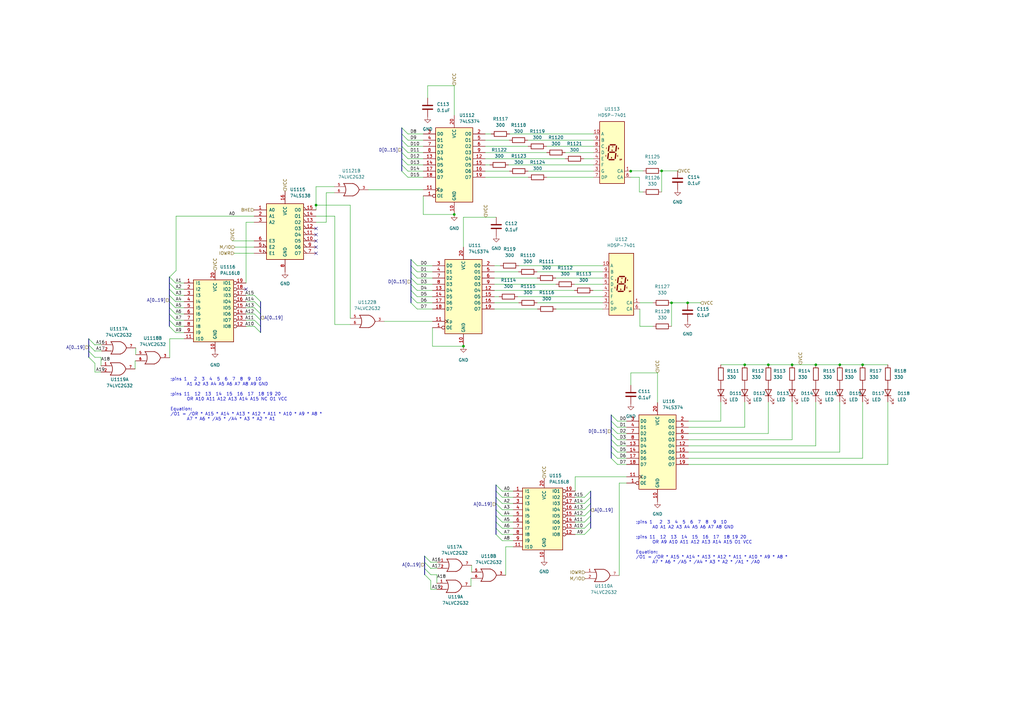
<source format=kicad_sch>
(kicad_sch (version 20211123) (generator eeschema)
  (paper "A3")
  (lib_symbols
    (symbol "74xGxx:74LVC2G32" (pin_names (offset 1.016))
      (property "Reference" "U" (at -2.54 3.81 0))
      (property "Value" "74LVC2G32" (at 0 -3.81 0))
      (symbol "74LVC2G32_0_1"
        (arc (start -3.81 -2.54) (mid -2.919 0) (end -3.81 2.54) (stroke (width 0.254)))
        (arc (start 0 -2.54) (mid 1.5993 -1.6027) (end 2.54 0) (stroke (width 0.254)))
        (polyline (pts (xy -3.81 -1.27) (xy -3.175 -1.27)))
        (polyline (pts (xy -3.81 1.27) (xy -3.175 1.27)))
        (polyline (pts (xy 0 -2.54) (xy -3.81 -2.54)) (stroke (width 0.254)) (fill (type background)))
        (polyline (pts (xy 0 2.54) (xy -3.81 2.54)) (stroke (width 0.254)) (fill (type background)))
        (arc (start 2.54 0) (mid 1.6119 1.6152) (end 0 2.54) (stroke (width 0.254)))
        (pin power_in line (at 0 -2.54 270) (length 0) hide (name "GND") (number "4"))
        (pin power_in line (at 0 2.54 90) (length 0) hide (name "VCC") (number "8"))
      )
      (symbol "74LVC2G32_1_1"
        (pin input line (at -7.62 1.27 0) (length 3.81) (name "~") (number "1"))
        (pin input line (at -7.62 -1.27 0) (length 3.81) (name "~") (number "2"))
        (pin output line (at 6.35 0 180) (length 3.81) (name "~") (number "7"))
      )
      (symbol "74LVC2G32_2_1"
        (pin output line (at 6.35 0 180) (length 3.81) (name "~") (number "3"))
        (pin input line (at -7.62 1.27 0) (length 3.81) (name "~") (number "5"))
        (pin input line (at -7.62 -1.27 0) (length 3.81) (name "~") (number "6"))
      )
    )
    (symbol "74xx:74LS138" (pin_names (offset 1.016))
      (property "Reference" "U" (at -7.62 11.43 0))
      (property "Value" "74LS138" (at -7.62 -13.97 0))
      (symbol "74LS138_1_0"
        (pin input line (at -12.7 7.62 0) (length 5.08) (name "A0") (number "1"))
        (pin output output_low (at 12.7 -5.08 180) (length 5.08) (name "O5") (number "10"))
        (pin output output_low (at 12.7 -2.54 180) (length 5.08) (name "O4") (number "11"))
        (pin output output_low (at 12.7 0 180) (length 5.08) (name "O3") (number "12"))
        (pin output output_low (at 12.7 2.54 180) (length 5.08) (name "O2") (number "13"))
        (pin output output_low (at 12.7 5.08 180) (length 5.08) (name "O1") (number "14"))
        (pin output output_low (at 12.7 7.62 180) (length 5.08) (name "O0") (number "15"))
        (pin power_in line (at 0 15.24 270) (length 5.08) (name "VCC") (number "16"))
        (pin input line (at -12.7 5.08 0) (length 5.08) (name "A1") (number "2"))
        (pin input line (at -12.7 2.54 0) (length 5.08) (name "A2") (number "3"))
        (pin input input_low (at -12.7 -10.16 0) (length 5.08) (name "E1") (number "4"))
        (pin input input_low (at -12.7 -7.62 0) (length 5.08) (name "E2") (number "5"))
        (pin input line (at -12.7 -5.08 0) (length 5.08) (name "E3") (number "6"))
        (pin output output_low (at 12.7 -10.16 180) (length 5.08) (name "O7") (number "7"))
        (pin power_in line (at 0 -17.78 90) (length 5.08) (name "GND") (number "8"))
        (pin output output_low (at 12.7 -7.62 180) (length 5.08) (name "O6") (number "9"))
      )
      (symbol "74LS138_1_1"
        (rectangle (start -7.62 10.16) (end 7.62 -12.7) (stroke (width 0.254)) (fill (type background)))
      )
    )
    (symbol "74xx:74LS374"
      (property "Reference" "U" (at -7.62 16.51 0))
      (property "Value" "74LS374" (at -7.62 -16.51 0))
      (symbol "74LS374_1_0"
        (pin input inverted (at -12.7 -12.7 0) (length 5.08) (name "OE") (number "1"))
        (pin power_in line (at 0 -20.32 90) (length 5.08) (name "GND") (number "10"))
        (pin input clock (at -12.7 -10.16 0) (length 5.08) (name "Cp") (number "11"))
        (pin tri_state line (at 12.7 2.54 180) (length 5.08) (name "O4") (number "12"))
        (pin input line (at -12.7 2.54 0) (length 5.08) (name "D4") (number "13"))
        (pin input line (at -12.7 0 0) (length 5.08) (name "D5") (number "14"))
        (pin tri_state line (at 12.7 0 180) (length 5.08) (name "O5") (number "15"))
        (pin tri_state line (at 12.7 -2.54 180) (length 5.08) (name "O6") (number "16"))
        (pin input line (at -12.7 -2.54 0) (length 5.08) (name "D6") (number "17"))
        (pin input line (at -12.7 -5.08 0) (length 5.08) (name "D7") (number "18"))
        (pin tri_state line (at 12.7 -5.08 180) (length 5.08) (name "O7") (number "19"))
        (pin tri_state line (at 12.7 12.7 180) (length 5.08) (name "O0") (number "2"))
        (pin power_in line (at 0 20.32 270) (length 5.08) (name "VCC") (number "20"))
        (pin input line (at -12.7 12.7 0) (length 5.08) (name "D0") (number "3"))
        (pin input line (at -12.7 10.16 0) (length 5.08) (name "D1") (number "4"))
        (pin tri_state line (at 12.7 10.16 180) (length 5.08) (name "O1") (number "5"))
        (pin tri_state line (at 12.7 7.62 180) (length 5.08) (name "O2") (number "6"))
        (pin input line (at -12.7 7.62 0) (length 5.08) (name "D2") (number "7"))
        (pin input line (at -12.7 5.08 0) (length 5.08) (name "D3") (number "8"))
        (pin tri_state line (at 12.7 5.08 180) (length 5.08) (name "O3") (number "9"))
      )
      (symbol "74LS374_1_1"
        (rectangle (start -7.62 15.24) (end 7.62 -15.24) (stroke (width 0.254)) (fill (type background)))
      )
    )
    (symbol "Device:C" (pin_numbers hide) (pin_names (offset 0.254))
      (property "Reference" "C" (at 0.635 2.54 0))
      (property "Value" "C" (at 0.635 -2.54 0))
      (symbol "C_0_1"
        (polyline (pts (xy -2.032 -0.762) (xy 2.032 -0.762)) (stroke (width 0.508)))
        (polyline (pts (xy -2.032 0.762) (xy 2.032 0.762)) (stroke (width 0.508)))
      )
      (symbol "C_1_1"
        (pin passive line (at 0 3.81 270) (length 2.794) (name "~") (number "1"))
        (pin passive line (at 0 -3.81 90) (length 2.794) (name "~") (number "2"))
      )
    )
    (symbol "Device:LED" (pin_numbers hide) (pin_names (offset 1.016) hide)
      (property "Reference" "D" (at 0 2.54 0))
      (property "Value" "LED" (at 0 -2.54 0))
      (symbol "LED_0_1"
        (polyline (pts (xy -1.27 -1.27) (xy -1.27 1.27)) (stroke (width 0.254)))
        (polyline (pts (xy -1.27 0) (xy 1.27 0)))
        (polyline (pts (xy 1.27 -1.27) (xy 1.27 1.27) (xy -1.27 0) (xy 1.27 -1.27)) (stroke (width 0.254)))
        (polyline (pts (xy -3.048 -0.762) (xy -4.572 -2.286) (xy -3.81 -2.286) (xy -4.572 -2.286) (xy -4.572 -1.524)))
        (polyline (pts (xy -1.778 -0.762) (xy -3.302 -2.286) (xy -2.54 -2.286) (xy -3.302 -2.286) (xy -3.302 -1.524)))
      )
      (symbol "LED_1_1"
        (pin passive line (at -3.81 0 0) (length 2.54) (name "K") (number "1"))
        (pin passive line (at 3.81 0 180) (length 2.54) (name "A") (number "2"))
      )
    )
    (symbol "Device:R" (pin_numbers hide) (pin_names (offset 0))
      (property "Reference" "R" (at 2.032 0 90))
      (property "Value" "R" (at 0 0 90))
      (symbol "R_0_1"
        (rectangle (start -1.016 -2.54) (end 1.016 2.54) (stroke (width 0.254)))
      )
      (symbol "R_1_1"
        (pin passive line (at 0 3.81 270) (length 1.27) (name "~") (number "1"))
        (pin passive line (at 0 -3.81 90) (length 1.27) (name "~") (number "2"))
      )
    )
    (symbol "Display_Character:HDSP-7401"
      (property "Reference" "U" (at -3.81 13.97 0))
      (property "Value" "HDSP-7401" (at 6.35 13.97 0))
      (symbol "HDSP-7401_1_0"
        (text "A" (at 0.254 2.413 0) (effects (font (size 0.508 0.508))))
        (text "B" (at 2.54 1.651 0) (effects (font (size 0.508 0.508))))
        (text "C" (at 2.286 -1.397 0) (effects (font (size 0.508 0.508))))
        (text "D" (at -0.254 -2.159 0) (effects (font (size 0.508 0.508))))
        (text "DP" (at 3.556 -2.921 0) (effects (font (size 0.508 0.508))))
        (text "E" (at -2.54 -1.397 0) (effects (font (size 0.508 0.508))))
        (text "F" (at -2.286 1.651 0) (effects (font (size 0.508 0.508))))
        (text "G" (at 0 0.889 0) (effects (font (size 0.508 0.508))))
      )
      (symbol "HDSP-7401_1_1"
        (rectangle (start -5.08 12.7) (end 5.08 -12.7) (stroke (width 0.254)) (fill (type background)))
        (polyline (pts (xy -1.524 -0.381) (xy -1.778 -2.413)) (stroke (width 0.508)))
        (polyline (pts (xy -1.27 -2.921) (xy 0.762 -2.921)) (stroke (width 0.508)))
        (polyline (pts (xy -1.27 2.667) (xy -1.524 0.635)) (stroke (width 0.508)))
        (polyline (pts (xy -1.016 0.127) (xy 1.016 0.127)) (stroke (width 0.508)))
        (polyline (pts (xy -0.762 3.175) (xy 1.27 3.175)) (stroke (width 0.508)))
        (polyline (pts (xy 1.524 -0.381) (xy 1.27 -2.413)) (stroke (width 0.508)))
        (polyline (pts (xy 1.778 2.667) (xy 1.524 0.635)) (stroke (width 0.508)))
        (polyline (pts (xy 2.54 -2.921) (xy 2.54 -2.921)) (stroke (width 0.508)))
        (pin input line (at 7.62 -7.62 180) (length 2.54) (name "CA") (number "1"))
        (pin input line (at -7.62 7.62 0) (length 2.54) (name "A") (number "10"))
        (pin input line (at -7.62 -5.08 0) (length 2.54) (name "F") (number "2"))
        (pin input line (at -7.62 -7.62 0) (length 2.54) (name "G") (number "3"))
        (pin input line (at -7.62 -2.54 0) (length 2.54) (name "E") (number "4"))
        (pin input line (at -7.62 0 0) (length 2.54) (name "D") (number "5"))
        (pin input line (at 7.62 -10.16 180) (length 2.54) (name "CA") (number "6"))
        (pin input line (at -7.62 -10.16 0) (length 2.54) (name "DP") (number "7"))
        (pin input line (at -7.62 2.54 0) (length 2.54) (name "C") (number "8"))
        (pin input line (at -7.62 5.08 0) (length 2.54) (name "B") (number "9"))
      )
    )
    (symbol "Logic_Programmable:PAL16L8" (pin_names (offset 1.016))
      (property "Reference" "U" (at -8.89 16.51 0))
      (property "Value" "PAL16L8" (at 1.27 16.51 0))
      (symbol "PAL16L8_0_0"
        (pin power_in line (at 0 -15.24 90) (length 3.81) (name "GND") (number "10"))
        (pin power_in line (at 0 17.78 270) (length 3.81) (name "VCC") (number "20"))
      )
      (symbol "PAL16L8_0_1"
        (rectangle (start -8.89 13.97) (end 7.62 -11.43) (stroke (width 0.254)) (fill (type background)))
      )
      (symbol "PAL16L8_1_1"
        (pin input line (at -12.7 12.7 0) (length 3.81) (name "I1") (number "1"))
        (pin input line (at -12.7 -10.16 0) (length 3.81) (name "I10") (number "11"))
        (pin tri_state inverted (at 12.7 -5.08 180) (length 5.08) (name "IO8") (number "12"))
        (pin tri_state inverted (at 12.7 -2.54 180) (length 5.08) (name "IO7") (number "13"))
        (pin tri_state inverted (at 12.7 0 180) (length 5.08) (name "IO6") (number "14"))
        (pin tri_state inverted (at 12.7 2.54 180) (length 5.08) (name "IO5") (number "15"))
        (pin tri_state inverted (at 12.7 5.08 180) (length 5.08) (name "IO4") (number "16"))
        (pin tri_state inverted (at 12.7 7.62 180) (length 5.08) (name "I03") (number "17"))
        (pin tri_state inverted (at 12.7 10.16 180) (length 5.08) (name "IO2") (number "18"))
        (pin tri_state inverted (at 12.7 12.7 180) (length 5.08) (name "IO1") (number "19"))
        (pin input line (at -12.7 10.16 0) (length 3.81) (name "I2") (number "2"))
        (pin input line (at -12.7 7.62 0) (length 3.81) (name "I3") (number "3"))
        (pin input line (at -12.7 5.08 0) (length 3.81) (name "I4") (number "4"))
        (pin input line (at -12.7 2.54 0) (length 3.81) (name "I5") (number "5"))
        (pin input line (at -12.7 0 0) (length 3.81) (name "I6") (number "6"))
        (pin input line (at -12.7 -2.54 0) (length 3.81) (name "I7") (number "7"))
        (pin input line (at -12.7 -5.08 0) (length 3.81) (name "I8") (number "8"))
        (pin input line (at -12.7 -7.62 0) (length 3.81) (name "I9") (number "9"))
      )
    )
    (symbol "power:GND" (power) (pin_names (offset 0))
      (property "Value" "GND" (at 0 -3.81 0))
      (symbol "GND_0_1"
        (polyline (pts (xy 0 0) (xy 0 -1.27) (xy 1.27 -1.27) (xy 0 -2.54) (xy -1.27 -1.27) (xy 0 -1.27)))
      )
      (symbol "GND_1_1"
        (pin power_in line (at 0 0 270) (length 0) hide (name "GND") (number "1"))
      )
    )
  )
  (junction (at 315.1414 149.606))
  (junction (at 129.6149 84.1246))
  (junction (at 282.0228 124.206))
  (junction (at 305.4416 149.606))
  (junction (at 190.0818 141.986))
  (junction (at 186.3063 87.965))
  (junction (at 271.3618 70.104))
  (junction (at 324.8746 149.606))
  (junction (at 258.6814 70.185))
  (junction (at 353.7868 149.606))
  (junction (at 275.4258 124.206))
  (junction (at 334.6078 149.606))
  (junction (at 344.4513 149.606))
  (no_connect (at 100.9129 118.618))
  (no_connect (at 129.6149 98.806))
  (no_connect (at 129.6149 101.346))
  (no_connect (at 129.6149 103.886))
  (no_connect (at 129.6149 96.266))
  (no_connect (at 129.6149 93.726))
  (bus_entry (at 69.4607 123.698) (size 2.54 2.54))
  (bus_entry (at 106.8753 133.858) (size -2.54 -2.54))
  (bus_entry (at 174.1668 230.6506) (size 2.54 2.54))
  (bus_entry (at 164.7808 60.025) (size 2.54 2.54))
  (bus_entry (at 69.4607 133.858) (size 2.54 2.54))
  (bus_entry (at 168.5563 114.046) (size 2.54 2.54))
  (bus_entry (at 168.5563 116.586) (size 2.54 2.54))
  (bus_entry (at 69.4607 126.238) (size 2.54 2.54))
  (bus_entry (at 242.2607 216.662) (size -2.54 2.54))
  (bus_entry (at 242.2607 203.962) (size -2.54 2.54))
  (bus_entry (at 164.7808 54.945) (size 2.54 2.54))
  (bus_entry (at 168.5563 124.206) (size 2.54 2.54))
  (bus_entry (at 106.8753 123.698) (size -2.54 -2.54))
  (bus_entry (at 36.3969 138.9566) (size 2.54 2.54))
  (bus_entry (at 168.5563 121.666) (size 2.54 2.54))
  (bus_entry (at 164.7808 57.485) (size 2.54 2.54))
  (bus_entry (at 242.2607 211.582) (size -2.54 2.54))
  (bus_entry (at 174.1668 235.6481) (size 2.54 2.54))
  (bus_entry (at 174.1668 233.1906) (size 2.54 2.54))
  (bus_entry (at 203.4297 206.502) (size 2.54 2.54))
  (bus_entry (at 164.7808 70.185) (size 2.54 2.54))
  (bus_entry (at 203.4297 198.882) (size 2.54 2.54))
  (bus_entry (at 106.8753 126.238) (size -2.54 -2.54))
  (bus_entry (at 69.6709 113.538) (size 2.54 -2.54))
  (bus_entry (at 36.3969 141.4966) (size 2.54 2.54))
  (bus_entry (at 242.2607 201.422) (size -2.54 2.54))
  (bus_entry (at 168.5563 119.126) (size 2.54 2.54))
  (bus_entry (at 250.7012 177.8) (size 2.54 2.54))
  (bus_entry (at 69.4607 131.318) (size 2.54 2.54))
  (bus_entry (at 168.5563 111.506) (size 2.54 2.54))
  (bus_entry (at 69.4607 116.078) (size 2.54 2.54))
  (bus_entry (at 250.7012 185.42) (size 2.54 2.54))
  (bus_entry (at 250.7012 187.96) (size 2.54 2.54))
  (bus_entry (at 242.2607 214.122) (size -2.54 2.54))
  (bus_entry (at 69.4607 128.778) (size 2.54 2.54))
  (bus_entry (at 242.2607 206.502) (size -2.54 2.54))
  (bus_entry (at 69.4607 113.538) (size 2.54 2.54))
  (bus_entry (at 36.3969 144.0366) (size 2.54 2.54))
  (bus_entry (at 203.4297 201.422) (size 2.54 2.54))
  (bus_entry (at 69.4607 118.618) (size 2.54 2.54))
  (bus_entry (at 164.7808 67.645) (size 2.54 2.54))
  (bus_entry (at 203.4297 219.202) (size 2.54 2.54))
  (bus_entry (at 174.1668 228.1106) (size 2.54 2.54))
  (bus_entry (at 203.4297 216.662) (size 2.54 2.54))
  (bus_entry (at 164.7808 52.405) (size 2.54 2.54))
  (bus_entry (at 69.4607 121.158) (size 2.54 2.54))
  (bus_entry (at 250.7012 182.88) (size 2.54 2.54))
  (bus_entry (at 250.7012 172.72) (size 2.54 2.54))
  (bus_entry (at 242.2607 209.042) (size -2.54 2.54))
  (bus_entry (at 168.5563 106.426) (size 2.54 2.54))
  (bus_entry (at 164.7808 62.565) (size 2.54 2.54))
  (bus_entry (at 106.8753 136.398) (size -2.54 -2.54))
  (bus_entry (at 203.4297 203.962) (size 2.54 2.54))
  (bus_entry (at 250.7012 180.34) (size 2.54 2.54))
  (bus_entry (at 250.7012 170.18) (size 2.54 2.54))
  (bus_entry (at 106.8753 128.778) (size -2.54 -2.54))
  (bus_entry (at 203.4297 214.122) (size 2.54 2.54))
  (bus_entry (at 203.4297 211.582) (size 2.54 2.54))
  (bus_entry (at 168.5563 108.966) (size 2.54 2.54))
  (bus_entry (at 106.8753 131.318) (size -2.54 -2.54))
  (bus_entry (at 250.7012 175.26) (size 2.54 2.54))
  (bus_entry (at 36.3969 146.4941) (size 2.54 2.54))
  (bus_entry (at 203.4297 209.042) (size 2.54 2.54))
  (bus_entry (at 164.7808 65.105) (size 2.54 2.54))
  (bus (pts (xy 174.1668 235.6481) (xy 174.1668 235.712)))
  (bus (pts (xy 242.2607 201.422) (xy 242.2607 203.962)))
  (wire (pts (xy 173.6063 80.345) (xy 173.6063 87.965)))
  (wire (pts (xy 202.7818 126.746) (xy 220.4442 126.746)))
  (wire (pts (xy 41.6827 143.9541) (xy 38.9369 143.9541)))
  (bus (pts (xy 168.5563 116.586) (xy 168.5563 119.126)))
  (wire (pts (xy 72.2109 88.646) (xy 104.2149 88.646)))
  (wire (pts (xy 227.9661 114.046) (xy 247.2169 114.046)))
  (wire (pts (xy 295.656 149.606) (xy 305.4416 149.606)))
  (wire (pts (xy 171.0963 116.586) (xy 177.3818 116.586)))
  (bus (pts (xy 164.7808 57.485) (xy 164.7808 60.025)))
  (wire (pts (xy 69.6227 138.938) (xy 69.6227 146.7481)))
  (bus (pts (xy 203.4297 209.042) (xy 203.4297 211.582)))
  (wire (pts (xy 167.3208 60.025) (xy 173.6063 60.025)))
  (wire (pts (xy 253.2412 190.5) (xy 256.9708 190.5)))
  (wire (pts (xy 305.4416 149.606) (xy 315.1414 149.606)))
  (wire (pts (xy 171.0963 126.746) (xy 177.3818 126.746)))
  (wire (pts (xy 96.3409 101.346) (xy 104.2149 101.346)))
  (bus (pts (xy 250.7012 172.72) (xy 250.7012 175.26)))
  (wire (pts (xy 275.4258 124.206) (xy 275.4258 133.858)))
  (bus (pts (xy 203.4297 211.582) (xy 203.4297 214.122)))
  (bus (pts (xy 36.3969 138.938) (xy 36.3969 138.9566)))
  (wire (pts (xy 72.0007 123.698) (xy 75.5129 123.698)))
  (wire (pts (xy 104.3353 123.698) (xy 100.9129 123.698)))
  (wire (pts (xy 224.2887 72.725) (xy 243.4414 72.725)))
  (wire (pts (xy 55.3987 151.3201) (xy 55.3987 148.0181)))
  (wire (pts (xy 282.3708 187.96) (xy 353.7868 187.96)))
  (wire (pts (xy 175.3843 35.1713) (xy 175.3843 40.213)))
  (wire (pts (xy 205.9697 209.042) (xy 210.4888 209.042)))
  (wire (pts (xy 72.0007 128.778) (xy 75.5129 128.778)))
  (wire (pts (xy 129.6149 84.1246) (xy 129.6149 86.106)))
  (bus (pts (xy 168.5563 119.126) (xy 168.5563 121.666)))
  (wire (pts (xy 344.4513 185.42) (xy 344.4513 164.846)))
  (wire (pts (xy 282.3708 190.5) (xy 364.1588 190.5)))
  (wire (pts (xy 202.7818 119.126) (xy 235.593 119.126)))
  (wire (pts (xy 186.3126 35.1713) (xy 186.3063 47.325)))
  (wire (pts (xy 199.0063 54.945) (xy 201.4218 54.945)))
  (wire (pts (xy 209.0418 54.945) (xy 243.4414 54.945)))
  (bus (pts (xy 69.4607 121.158) (xy 69.4607 123.698)))
  (wire (pts (xy 271.3618 70.104) (xy 271.3618 78.74)))
  (wire (pts (xy 95.3398 98.806) (xy 104.2149 98.806)))
  (wire (pts (xy 258.6814 70.185) (xy 258.6814 70.104)))
  (wire (pts (xy 235.8888 203.962) (xy 239.7207 203.962)))
  (wire (pts (xy 133.7984 79.075) (xy 137.1374 79.075)))
  (wire (pts (xy 75.5129 138.938) (xy 69.6227 138.938)))
  (bus (pts (xy 106.8753 128.778) (xy 106.8753 126.238)))
  (bus (pts (xy 106.8753 133.858) (xy 106.8753 131.318)))
  (wire (pts (xy 282.3708 185.42) (xy 344.4513 185.42)))
  (wire (pts (xy 258.7488 152.9463) (xy 258.7488 157.988)))
  (wire (pts (xy 167.3208 57.485) (xy 173.6063 57.485)))
  (wire (pts (xy 72.0007 118.618) (xy 75.5129 118.618)))
  (wire (pts (xy 212.8173 108.966) (xy 247.2169 108.966)))
  (wire (pts (xy 171.0963 108.966) (xy 177.3818 108.966)))
  (wire (pts (xy 205.9697 211.582) (xy 210.4888 211.582)))
  (wire (pts (xy 275.4258 124.206) (xy 282.0228 124.206)))
  (wire (pts (xy 72.0007 136.398) (xy 75.5129 136.398)))
  (wire (pts (xy 220.2692 111.506) (xy 247.2169 111.506)))
  (wire (pts (xy 199.0063 67.645) (xy 200.9316 67.645)))
  (wire (pts (xy 151.1074 77.805) (xy 173.6063 77.805)))
  (wire (pts (xy 202.7818 108.966) (xy 205.1973 108.966)))
  (wire (pts (xy 208.5516 67.645) (xy 243.4414 67.645)))
  (wire (pts (xy 216.5706 60.025) (xy 199.0063 60.025)))
  (wire (pts (xy 176.7068 235.7306) (xy 179.1986 235.7306)))
  (wire (pts (xy 271.3618 70.104) (xy 277.9133 70.104)))
  (wire (pts (xy 38.9369 146.5766) (xy 41.4287 146.5766)))
  (wire (pts (xy 253.2412 185.42) (xy 256.9708 185.42)))
  (wire (pts (xy 104.3353 126.238) (xy 100.9129 126.238)))
  (bus (pts (xy 69.4607 126.238) (xy 69.4607 128.778)))
  (wire (pts (xy 235.8888 206.502) (xy 239.7207 206.502)))
  (wire (pts (xy 256.9708 198.12) (xy 253.9683 198.12)))
  (wire (pts (xy 231.8386 62.565) (xy 243.4414 62.565)))
  (bus (pts (xy 36.3969 138.9566) (xy 36.3969 141.4966)))
  (bus (pts (xy 242.2607 203.962) (xy 242.2607 206.502)))
  (wire (pts (xy 193.1686 237.1721) (xy 193.4226 237.1721)))
  (wire (pts (xy 72.0007 121.158) (xy 75.5129 121.158)))
  (wire (pts (xy 235.8888 201.422) (xy 235.8888 195.58)))
  (wire (pts (xy 199.0063 62.565) (xy 224.2186 62.565)))
  (wire (pts (xy 133.7984 91.186) (xy 133.7984 79.075)))
  (wire (pts (xy 282.3708 177.8) (xy 315.1414 177.8)))
  (wire (pts (xy 41.4287 146.5766) (xy 41.4287 150.0501)))
  (wire (pts (xy 228.0642 126.746) (xy 247.2169 126.746)))
  (bus (pts (xy 242.2607 211.582) (xy 242.2607 214.122)))
  (wire (pts (xy 129.6149 76.535) (xy 137.1374 76.535)))
  (wire (pts (xy 207.3926 235.9021) (xy 207.3926 224.282)))
  (wire (pts (xy 282.3708 172.72) (xy 295.656 172.72)))
  (wire (pts (xy 205.9697 214.122) (xy 210.4888 214.122)))
  (wire (pts (xy 177.3818 134.366) (xy 177.3818 141.986)))
  (wire (pts (xy 239.4375 65.105) (xy 243.4414 65.105)))
  (bus (pts (xy 168.5563 114.046) (xy 168.5563 116.586)))
  (bus (pts (xy 168.5563 108.966) (xy 168.5563 111.506)))
  (wire (pts (xy 202.7818 116.586) (xy 227.9941 116.586)))
  (wire (pts (xy 179.4526 230.5681) (xy 176.7068 230.5681)))
  (bus (pts (xy 203.4297 206.502) (xy 203.4297 209.042)))
  (wire (pts (xy 305.4416 175.26) (xy 305.4416 164.846)))
  (bus (pts (xy 250.7012 170.18) (xy 250.7012 172.72)))
  (wire (pts (xy 262.2477 78.74) (xy 263.7418 78.74)))
  (wire (pts (xy 364.1588 190.5) (xy 364.1588 164.846)))
  (wire (pts (xy 262.4569 126.746) (xy 262.4569 133.858)))
  (bus (pts (xy 203.4297 203.962) (xy 203.4297 206.502)))
  (wire (pts (xy 324.8746 180.34) (xy 324.8746 164.846)))
  (wire (pts (xy 235.8888 216.662) (xy 239.7207 216.662)))
  (wire (pts (xy 220.3672 124.206) (xy 247.2169 124.206)))
  (wire (pts (xy 205.9697 216.662) (xy 210.4888 216.662)))
  (wire (pts (xy 353.7868 149.606) (xy 364.1588 149.606)))
  (wire (pts (xy 262.4569 133.858) (xy 267.8058 133.858)))
  (wire (pts (xy 72.0007 116.078) (xy 75.5129 116.078)))
  (wire (pts (xy 269.6771 152.9463) (xy 269.6708 165.1)))
  (wire (pts (xy 315.1414 177.8) (xy 315.1414 164.846)))
  (wire (pts (xy 216.5917 70.185) (xy 243.4414 70.185)))
  (wire (pts (xy 353.7868 187.96) (xy 353.7868 164.846)))
  (wire (pts (xy 173.6063 87.965) (xy 186.3063 87.965)))
  (wire (pts (xy 334.6078 182.88) (xy 334.6078 164.846)))
  (bus (pts (xy 174.1668 228.092) (xy 174.1668 228.1106)))
  (bus (pts (xy 36.3969 141.4966) (xy 36.3969 144.0366)))
  (bus (pts (xy 69.4607 113.538) (xy 69.4607 116.078)))
  (wire (pts (xy 262.2477 72.725) (xy 262.2477 78.74)))
  (wire (pts (xy 38.9369 152.5901) (xy 41.4287 152.5901)))
  (wire (pts (xy 253.2412 182.88) (xy 256.9708 182.88)))
  (bus (pts (xy 164.7808 60.025) (xy 164.7808 62.565)))
  (bus (pts (xy 174.1668 233.1906) (xy 174.1668 235.6481)))
  (wire (pts (xy 72.2109 110.998) (xy 72.2109 88.646)))
  (wire (pts (xy 235.8888 209.042) (xy 239.7207 209.042)))
  (wire (pts (xy 55.6527 142.6841) (xy 55.6527 145.4781)))
  (wire (pts (xy 224.1906 60.025) (xy 243.4414 60.025)))
  (wire (pts (xy 167.3208 67.645) (xy 173.6063 67.645)))
  (wire (pts (xy 202.7818 124.206) (xy 212.7472 124.206)))
  (bus (pts (xy 168.5563 111.506) (xy 168.5563 114.046)))
  (bus (pts (xy 250.7012 180.34) (xy 250.7012 182.88)))
  (bus (pts (xy 164.7808 67.645) (xy 164.7808 70.185)))
  (wire (pts (xy 258.6814 70.104) (xy 263.7418 70.104)))
  (bus (pts (xy 164.7808 54.945) (xy 164.7808 57.485)))
  (wire (pts (xy 262.4569 124.206) (xy 267.8058 124.206)))
  (wire (pts (xy 220.3461 114.046) (xy 202.7818 114.046)))
  (wire (pts (xy 167.3208 65.105) (xy 173.6063 65.105)))
  (bus (pts (xy 242.2607 214.122) (xy 242.2607 216.662)))
  (wire (pts (xy 129.6149 76.535) (xy 129.6149 84.1246)))
  (wire (pts (xy 344.4513 149.606) (xy 353.7868 149.606)))
  (bus (pts (xy 250.7012 182.88) (xy 250.7012 185.42)))
  (bus (pts (xy 242.2607 209.042) (xy 242.2607 211.582)))
  (wire (pts (xy 287.274 124.206) (xy 287.274 124.2734)))
  (wire (pts (xy 38.9369 149.0341) (xy 38.9369 152.5901)))
  (wire (pts (xy 41.6827 141.4141) (xy 38.9369 141.4141)))
  (wire (pts (xy 199.0063 72.725) (xy 216.6687 72.725)))
  (wire (pts (xy 72.0007 131.318) (xy 75.5129 131.318)))
  (wire (pts (xy 253.2412 177.8) (xy 256.9708 177.8)))
  (wire (pts (xy 143.6547 84.1246) (xy 143.6547 130.556)))
  (wire (pts (xy 129.6149 91.186) (xy 133.7984 91.186)))
  (wire (pts (xy 38.9369 143.9541) (xy 38.9369 144.0366)))
  (wire (pts (xy 253.2412 180.34) (xy 256.9708 180.34)))
  (bus (pts (xy 250.7012 177.8) (xy 250.7012 180.34)))
  (wire (pts (xy 176.7068 233.1081) (xy 176.7068 233.1906)))
  (wire (pts (xy 258.6814 72.725) (xy 262.2477 72.725)))
  (wire (pts (xy 104.3353 121.158) (xy 100.9129 121.158)))
  (wire (pts (xy 177.3818 141.986) (xy 190.0818 141.986)))
  (wire (pts (xy 137.3364 133.096) (xy 143.6547 133.096)))
  (wire (pts (xy 171.0963 124.206) (xy 177.3818 124.206)))
  (wire (pts (xy 171.0963 119.126) (xy 177.3818 119.126)))
  (wire (pts (xy 171.0963 121.666) (xy 177.3818 121.666)))
  (wire (pts (xy 315.1414 149.606) (xy 324.8746 149.606)))
  (wire (pts (xy 167.3208 72.725) (xy 173.6063 72.725)))
  (bus (pts (xy 69.4607 131.318) (xy 69.4607 133.858)))
  (wire (pts (xy 176.7068 241.7441) (xy 179.1986 241.7441)))
  (wire (pts (xy 104.3353 133.858) (xy 100.9129 133.858)))
  (wire (pts (xy 212.3271 121.666) (xy 247.2169 121.666)))
  (bus (pts (xy 203.4297 216.662) (xy 203.4297 219.202)))
  (wire (pts (xy 190.0818 89.1157) (xy 203.5438 89.1157)))
  (wire (pts (xy 72.0007 126.238) (xy 75.5129 126.238)))
  (bus (pts (xy 69.4607 123.698) (xy 69.4607 126.238)))
  (wire (pts (xy 129.6149 84.1246) (xy 143.6547 84.1246)))
  (wire (pts (xy 167.3208 62.565) (xy 173.6063 62.565)))
  (wire (pts (xy 282.0228 124.206) (xy 287.274 124.206)))
  (wire (pts (xy 171.0963 111.506) (xy 177.3818 111.506)))
  (wire (pts (xy 207.3926 224.282) (xy 210.4888 224.282)))
  (wire (pts (xy 205.9697 219.202) (xy 210.4888 219.202)))
  (wire (pts (xy 179.4526 233.1081) (xy 176.7068 233.1081)))
  (wire (pts (xy 100.9129 91.186) (xy 104.2149 91.186)))
  (wire (pts (xy 137.3364 88.646) (xy 137.3364 133.096)))
  (bus (pts (xy 174.1668 228.1106) (xy 174.1668 230.6506)))
  (wire (pts (xy 269.6771 152.9463) (xy 258.7488 152.9463)))
  (bus (pts (xy 164.7808 62.565) (xy 164.7808 65.105)))
  (wire (pts (xy 202.7818 121.666) (xy 204.7071 121.666)))
  (wire (pts (xy 253.9683 198.12) (xy 253.9683 236.0264)))
  (bus (pts (xy 174.1668 230.6506) (xy 174.1668 233.1906)))
  (bus (pts (xy 106.8753 136.398) (xy 106.8753 133.858)))
  (wire (pts (xy 199.0063 65.105) (xy 231.8175 65.105)))
  (wire (pts (xy 193.1686 240.4741) (xy 193.1686 237.1721)))
  (wire (pts (xy 202.7818 111.506) (xy 212.6492 111.506)))
  (wire (pts (xy 186.3126 35.1713) (xy 175.3843 35.1713)))
  (wire (pts (xy 129.6149 88.646) (xy 137.3364 88.646)))
  (bus (pts (xy 164.7808 65.105) (xy 164.7808 67.645)))
  (wire (pts (xy 179.1986 235.7306) (xy 179.1986 239.2041)))
  (wire (pts (xy 205.9697 206.502) (xy 210.4888 206.502)))
  (wire (pts (xy 334.6078 149.606) (xy 344.4513 149.606)))
  (wire (pts (xy 38.9369 141.4141) (xy 38.9369 141.4966)))
  (wire (pts (xy 253.2412 187.96) (xy 256.9708 187.96)))
  (bus (pts (xy 106.8753 131.318) (xy 106.8753 128.778)))
  (bus (pts (xy 203.4297 214.122) (xy 203.4297 216.662)))
  (wire (pts (xy 253.2412 175.26) (xy 256.9708 175.26)))
  (bus (pts (xy 164.7808 52.405) (xy 164.7808 54.945)))
  (wire (pts (xy 171.0963 114.046) (xy 177.3818 114.046)))
  (wire (pts (xy 235.8888 214.122) (xy 239.7207 214.122)))
  (wire (pts (xy 216.4937 57.485) (xy 243.4414 57.485)))
  (bus (pts (xy 69.4607 116.078) (xy 69.4607 118.618)))
  (wire (pts (xy 235.6141 116.586) (xy 247.2169 116.586)))
  (bus (pts (xy 106.8753 126.238) (xy 106.8753 123.698)))
  (wire (pts (xy 235.8888 195.58) (xy 256.9708 195.58)))
  (wire (pts (xy 55.3987 148.0181) (xy 55.6527 148.0181)))
  (wire (pts (xy 235.8888 211.582) (xy 239.7207 211.582)))
  (wire (pts (xy 104.3353 128.778) (xy 100.9129 128.778)))
  (bus (pts (xy 69.4607 118.618) (xy 69.4607 121.158)))
  (wire (pts (xy 282.3708 180.34) (xy 324.8746 180.34)))
  (wire (pts (xy 205.9697 221.742) (xy 210.4888 221.742)))
  (wire (pts (xy 199.0063 70.185) (xy 208.9717 70.185)))
  (bus (pts (xy 69.4607 128.778) (xy 69.4607 131.318)))
  (wire (pts (xy 295.656 172.72) (xy 295.656 164.846)))
  (wire (pts (xy 157.6247 131.826) (xy 177.3818 131.826)))
  (wire (pts (xy 253.2412 172.72) (xy 256.9708 172.72)))
  (wire (pts (xy 282.3708 175.26) (xy 305.4416 175.26)))
  (bus (pts (xy 36.3969 146.4941) (xy 36.3969 146.558)))
  (bus (pts (xy 242.2607 206.502) (xy 242.2607 209.042)))
  (wire (pts (xy 205.9697 203.962) (xy 210.4888 203.962)))
  (wire (pts (xy 243.213 119.126) (xy 247.2169 119.126)))
  (wire (pts (xy 100.9129 116.078) (xy 100.9129 91.186)))
  (wire (pts (xy 205.9697 201.422) (xy 210.4888 201.422)))
  (bus (pts (xy 203.4297 201.422) (xy 203.4297 203.962)))
  (bus (pts (xy 250.7012 175.26) (xy 250.7012 177.8)))
  (bus (pts (xy 168.5563 121.666) (xy 168.5563 124.206)))
  (wire (pts (xy 96.0631 103.8542) (xy 104.2149 103.886)))
  (wire (pts (xy 199.0063 57.485) (xy 208.8737 57.485)))
  (bus (pts (xy 203.4297 198.882) (xy 203.4297 201.422)))
  (wire (pts (xy 190.0818 101.346) (xy 190.0818 89.1157)))
  (wire (pts (xy 167.3208 70.185) (xy 173.6063 70.185)))
  (wire (pts (xy 104.3353 131.318) (xy 100.9129 131.318)))
  (bus (pts (xy 168.5563 106.426) (xy 168.5563 108.966)))
  (wire (pts (xy 324.8746 149.606) (xy 334.6078 149.606)))
  (wire (pts (xy 235.8888 219.202) (xy 239.7207 219.202)))
  (bus (pts (xy 250.7012 185.42) (xy 250.7012 187.96)))
  (wire (pts (xy 176.7068 238.1881) (xy 176.7068 241.7441)))
  (wire (pts (xy 193.4226 231.8381) (xy 193.4226 234.6321)))
  (wire (pts (xy 282.3708 182.88) (xy 334.6078 182.88)))
  (wire (pts (xy 176.7068 230.5681) (xy 176.7068 230.6506)))
  (wire (pts (xy 72.0007 133.858) (xy 75.5129 133.858)))
  (bus (pts (xy 36.3969 144.0366) (xy 36.3969 146.4941)))
  (wire (pts (xy 167.3208 54.945) (xy 173.6063 54.945)))
  (text ";pins 1   2  3  4  5  6  7  8  9  10\n	  A0 A1 A2 A3 A4 A5 A6 A7 A8 GND\n\n;pins 11  12  13  14  15  16  17  18 19 20\n	  OR A9 A10 A11 A12 A13 A14 A15 O1 VCC \n\nEquation:\n/O1 = /OR * A15 * A14 * A13 * A12 * A11 * A10 * A9 * A8 *\n	  A7 * A6 * /A5 * /A4 * A3 * A2 * /A1 * /A0\n" (at 260.7808 231.394 0) (effects (font (size 1.27 1.27)) (justify left bottom)))
  (text ";pins 1   2  3  4  5  6  7  8  9  10\n	  A1 A2 A3 A4 A5 A6 A7 A8 A9 GND\n\n;pins 11  12  13  14  15  16  17  18 19 20\n	  OR A10 A11 A12 A13 A14 A15 NC O1 VCC \n\nEquation:\n/O1 = /OR * A15 * A14 * A13 * A12 * A11 * A10 * A9 * A8 *\n	  A7 * A6 * /A5 * /A4 * A3 * A2 * A1 " (at 69.85 172.72 0) (effects (font (size 1.27 1.27)) (justify left bottom)))
  (label "A6" (at 72.0007 128.778 0))
  (label "A7" (at 72.0007 131.318 0))
  (label "A2" (at 206.6316 206.502 0))
  (label "D2" (at 172.4579 114.046 0))
  (label "A18" (at 179.1986 237.444 0))
  (label "A9" (at 72.0007 136.398 0))
  (label "D1" (at 254.1207 175.26 0))
  (label "A1" (at 72.0007 116.078 0))
  (label "A6" (at 206.6316 216.662 0))
  (label "A19" (at 177.0712 241.7441 0))
  (label "A2" (at 72.0007 118.618 0))
  (label "A4" (at 72.0007 123.698 0))
  (label "D2" (at 254.1207 177.8 0))
  (label "A5" (at 206.6316 214.122 0))
  (label "D13" (at 168.2185 67.645 0))
  (label "A4" (at 206.6316 211.582 0))
  (label "D3" (at 254.1207 180.34 0))
  (label "D12" (at 168.2185 65.105 0))
  (label "D7" (at 172.4579 126.746 0))
  (label "A15" (at 239.1292 203.962 180))
  (label "D6" (at 172.4579 124.206 0))
  (label "A17" (at 177.1038 233.1081 0))
  (label "A19" (at 39.3013 152.5901 0))
  (label "A16" (at 177.1038 230.5681 0))
  (label "A8" (at 206.6316 221.742 0))
  (label "D14" (at 168.2185 70.185 0))
  (label "D5" (at 254.1207 185.42 0))
  (label "A14" (at 239.1292 206.502 180))
  (label "A7" (at 206.6316 219.202 0))
  (label "A3" (at 72.0007 121.158 0))
  (label "D8" (at 168.2185 54.945 0))
  (label "A10" (at 239.1292 216.662 180))
  (label "A18" (at 41.4287 148.29 0))
  (label "A11" (at 104.2221 131.318 180))
  (label "A3" (at 206.6316 209.042 0))
  (label "A1" (at 206.6316 203.962 0))
  (label "A16" (at 39.3339 141.4141 0))
  (label "A0" (at 93.8929 88.646 0))
  (label "D9" (at 168.2185 57.485 0))
  (label "D7" (at 254.1207 190.5 0))
  (label "D4" (at 254.1207 182.88 0))
  (label "A14" (at 104.2221 123.698 180))
  (label "D3" (at 172.4579 116.586 0))
  (label "A5" (at 72.0007 126.238 0))
  (label "A8" (at 72.0007 133.858 0))
  (label "A9" (at 239.1292 219.202 180))
  (label "A15" (at 104.2221 121.158 180))
  (label "D0" (at 254.1207 172.72 0))
  (label "A11" (at 239.1292 214.122 180))
  (label "D6" (at 254.1207 187.96 0))
  (label "D4" (at 172.4579 119.126 0))
  (label "A13" (at 239.1292 209.042 180))
  (label "D10" (at 168.2185 60.025 0))
  (label "A13" (at 104.2221 126.238 180))
  (label "A10" (at 104.2221 133.858 180))
  (label "D11" (at 168.2185 62.565 0))
  (label "D1" (at 172.4579 111.506 0))
  (label "D15" (at 168.2185 72.725 0))
  (label "D0" (at 172.4579 108.966 0))
  (label "A0" (at 206.6316 201.422 0))
  (label "A12" (at 239.1292 211.582 180))
  (label "D5" (at 172.4579 121.666 0))
  (label "A17" (at 39.3339 143.9541 0))
  (label "A12" (at 104.2221 128.778 180))
  (hierarchical_label "A[0..19]" (shape input) (at 106.8753 130.2944 0))
  (hierarchical_label "VCC" (shape input) (at 186.3126 35.1713 90))
  (hierarchical_label "A[0..19]" (shape input) (at 69.4607 123.0812 180))
  (hierarchical_label "VCC" (shape input) (at 269.6771 152.9463 90))
  (hierarchical_label "VCC" (shape input) (at 95.3398 98.806 90))
  (hierarchical_label "D[0..15]" (shape input) (at 250.7012 176.8513 180))
  (hierarchical_label "IOWR" (shape input) (at 96.0631 103.8542 180))
  (hierarchical_label "VCC" (shape input) (at 328.3013 149.606 90))
  (hierarchical_label "VCC" (shape input) (at 116.9149 78.486 90))
  (hierarchical_label "VCC" (shape input) (at 88.2129 110.998 90))
  (hierarchical_label "A[0..19]" (shape input) (at 203.4297 206.7592 180))
  (hierarchical_label "VCC" (shape input) (at 277.9133 70.104 0))
  (hierarchical_label "BHE" (shape input) (at 104.2149 86.106 180))
  (hierarchical_label "M{slash}IO" (shape input) (at 239.9983 237.2964 180))
  (hierarchical_label "M{slash}IO" (shape input) (at 96.3409 101.346 180))
  (hierarchical_label "D[0..15]" (shape input) (at 168.5563 115.493 180))
  (hierarchical_label "VCC" (shape input) (at 199.2055 89.1157 90))
  (hierarchical_label "D[0..15]" (shape input) (at 164.7808 61.472 180))
  (hierarchical_label "VCC" (shape input) (at 287.274 124.2734 0))
  (hierarchical_label "VCC" (shape input) (at 223.1888 196.342 90))
  (hierarchical_label "A[0..19]" (shape input) (at 242.2607 209.186 0))
  (hierarchical_label "A[0..19]" (shape input) (at 36.3969 142.442 180))
  (hierarchical_label "A[0..19]" (shape input) (at 174.1668 231.596 180))
  (hierarchical_label "IOWR" (shape input) (at 239.9983 234.7564 180))
  (symbol (lib_id "power:GND") (at 116.9149 111.506 0) (unit 1)
    (property "Reference" "#PWR0178" (effects hide))
    (property "Value" "GND" (at 116.9149 116.332 0))
  )
  (symbol (lib_id "Device:R") (at 204.7416 67.645 90) (unit 1)
    (property "Reference" "R1122" (at 204.7416 61.468 90))
    (property "Value" "300" (at 204.7416 64.008 90))
    (property "Footprint" "Resistor_THT:R_Axial_DIN0204_L3.6mm_D1.6mm_P1.90mm_Vertical" (effects hide))
  )
  (symbol (lib_id "Device:C") (at 277.9133 73.914 0) (unit 1)
    (property "Reference" "C114" (at 281.94 72.6439 0) (effects (justify left)))
    (property "Value" "0.1uF" (at 281.94 75.1839 0) (effects (justify left)))
    (property "Footprint" "Capacitor_THT:C_Axial_L3.8mm_D2.6mm_P7.50mm_Horizontal" (effects hide))
  )
  (symbol (lib_id "74xx:74LS138") (at 116.9149 93.726 0) (unit 1)
    (property "Reference" "U1115" (at 118.9343 77.724 0) (effects (justify left)))
    (property "Value" "74LS138" (at 118.9343 80.264 0) (effects (justify left)))
    (property "Footprint" "Package_DIP:DIP-16_W7.62mm" (effects hide))
    (property "Datasheet" "http://www.ti.com/lit/gpn/sn74LS138" (effects hide))
  )
  (symbol (lib_id "Device:R") (at 208.5171 121.666 90) (unit 1)
    (property "Reference" "R1114" (at 208.5171 114.8828 90))
    (property "Value" "300" (at 208.5171 117.4228 90))
    (property "Footprint" "Resistor_THT:R_Axial_DIN0204_L3.6mm_D1.6mm_P1.90mm_Vertical" (effects hide))
  )
  (symbol (lib_id "Device:R") (at 324.8746 153.416 0) (unit 1)
    (property "Reference" "R114" (at 327.3288 152.1459 0) (effects (justify left)))
    (property "Value" "330" (at 327.3288 154.6859 0) (effects (justify left)))
    (property "Footprint" "Resistor_THT:R_Axial_DIN0204_L3.6mm_D1.6mm_P1.90mm_Vertical" (effects hide))
  )
  (symbol (lib_id "74xx:74LS374") (at 190.0818 121.666 0) (unit 1)
    (property "Reference" "U111" (at 192.1012 100.6588 0) (effects (justify left)))
    (property "Value" "74LS374" (at 192.1012 103.1988 0) (effects (justify left)))
    (property "Footprint" "Package_DIP:DIP-20_W7.62mm" (effects hide))
    (property "Datasheet" "http://www.ti.com/lit/gpn/sn74LS374" (effects hide))
  )
  (symbol (lib_id "Device:R") (at 231.8041 116.586 90) (unit 1)
    (property "Reference" "R1112" (at 231.8041 109.8028 90))
    (property "Value" "300" (at 231.8041 112.3428 90))
    (property "Footprint" "Resistor_THT:R_Axial_DIN0204_L3.6mm_D1.6mm_P1.90mm_Vertical" (effects hide))
  )
  (symbol (lib_id "74xGxx:74LVC2G32") (at 49.3027 142.6841 0) (unit 1)
    (property "Reference" "U1117" (at 48.6677 134.874 0))
    (property "Value" "74LVC2G32" (at 48.6677 137.414 0))
    (property "Datasheet" "http://www.ti.com/lit/sg/scyt129e/scyt129e.pdf" (effects hide))
  )
  (symbol (lib_id "power:GND") (at 186.3063 87.965 0) (unit 1)
    (property "Reference" "#PWR0175" (effects hide))
    (property "Value" "GND" (at 186.3063 93.6473 0))
  )
  (symbol (lib_id "Device:R") (at 271.6158 124.206 90) (unit 1)
    (property "Reference" "R1127" (at 271.6158 117.5346 90))
    (property "Value" "330" (at 271.6158 120.0746 90))
    (property "Footprint" "Resistor_THT:R_Axial_DIN0204_L3.6mm_D1.6mm_P1.90mm_Vertical" (effects hide))
  )
  (symbol (lib_id "Device:C") (at 203.5438 92.9257 0) (unit 1)
    (property "Reference" "C112" (at 207.0998 91.6556 0) (effects (justify left)))
    (property "Value" "0.1uF" (at 207.0998 94.1956 0) (effects (justify left)))
    (property "Footprint" "Capacitor_THT:C_Axial_L3.8mm_D2.6mm_P7.50mm_Horizontal" (effects hide))
  )
  (symbol (lib_id "power:GND") (at 277.9133 77.724 0) (unit 1)
    (property "Reference" "#PWR0184" (effects hide))
    (property "Value" "GND" (at 277.9133 82.8643 0))
  )
  (symbol (lib_id "74xGxx:74LVC2G32") (at 201.0426 235.9021 0) (unit 2)
    (property "Reference" "U118" (at 200.4076 228.092 0))
    (property "Value" "74LVC2G32" (at 200.4076 230.632 0))
    (property "Datasheet" "http://www.ti.com/lit/sg/scyt129e/scyt129e.pdf" (effects hide))
  )
  (symbol (lib_id "74xGxx:74LVC2G32") (at 186.8186 240.4741 0) (unit 1)
    (property "Reference" "U119" (at 186.8186 244.7921 0))
    (property "Value" "74LVC2G32" (at 186.8186 247.3321 0))
    (property "Datasheet" "http://www.ti.com/lit/sg/scyt129e/scyt129e.pdf" (effects hide))
  )
  (symbol (lib_id "Device:R") (at 271.6158 133.858 90) (unit 1)
    (property "Reference" "R1128" (at 271.6158 127.762 90))
    (property "Value" "330" (at 271.6158 130.302 90))
    (property "Footprint" "Resistor_THT:R_Axial_DIN0204_L3.6mm_D1.6mm_P1.90mm_Vertical" (effects hide))
  )
  (symbol (lib_id "Device:R") (at 295.656 153.416 0) (unit 1)
    (property "Reference" "R111" (at 298.1188 152.1459 0) (effects (justify left)))
    (property "Value" "330" (at 298.1188 154.6859 0) (effects (justify left)))
    (property "Footprint" "Resistor_THT:R_Axial_DIN0204_L3.6mm_D1.6mm_P1.90mm_Vertical" (effects hide))
  )
  (symbol (lib_id "74xGxx:74LVC2G32") (at 49.0487 151.3201 0) (unit 1)
    (property "Reference" "U1119" (at 49.0487 155.6381 0))
    (property "Value" "74LVC2G32" (at 49.0487 158.1781 0))
    (property "Datasheet" "http://www.ti.com/lit/sg/scyt129e/scyt129e.pdf" (effects hide))
  )
  (symbol (lib_id "Device:R") (at 235.6275 65.105 90) (unit 1)
    (property "Reference" "R1121" (at 235.6275 58.928 90))
    (property "Value" "300" (at 235.6275 61.468 90))
    (property "Footprint" "Resistor_THT:R_Axial_DIN0204_L3.6mm_D1.6mm_P1.90mm_Vertical" (effects hide))
  )
  (symbol (lib_id "Device:R") (at 209.0073 108.966 90) (unit 1)
    (property "Reference" "R119" (at 209.0073 102.1828 90))
    (property "Value" "300" (at 209.0073 104.7228 90))
    (property "Footprint" "Resistor_THT:R_Axial_DIN0204_L3.6mm_D1.6mm_P1.90mm_Vertical" (effects hide))
  )
  (symbol (lib_id "Device:R") (at 305.4416 153.416 0) (unit 1)
    (property "Reference" "R112" (at 308.2788 152.1459 0) (effects (justify left)))
    (property "Value" "330" (at 308.2788 154.6859 0) (effects (justify left)))
    (property "Footprint" "Resistor_THT:R_Axial_DIN0204_L3.6mm_D1.6mm_P1.90mm_Vertical" (effects hide))
  )
  (symbol (lib_id "Display_Character:HDSP-7401") (at 254.8369 116.586 0) (unit 1)
    (property "Reference" "U112" (at 254.8369 98.1188 0))
    (property "Value" "HDSP-7401" (at 254.8369 100.6588 0))
    (property "Footprint" "Display_7Segment:HDSP-7401" (effects hide))
    (property "Datasheet" "https://docs.broadcom.com/docs/AV02-2553EN" (effects hide))
  )
  (symbol (lib_id "74xGxx:74LVC2G32") (at 187.0726 231.8381 0) (unit 1)
    (property "Reference" "U117" (at 186.4376 224.282 0))
    (property "Value" "74LVC2G32" (at 186.4376 226.822 0))
    (property "Datasheet" "http://www.ti.com/lit/sg/scyt129e/scyt129e.pdf" (effects hide))
  )
  (symbol (lib_id "Logic_Programmable:PAL16L8") (at 88.2129 128.778 0) (unit 1)
    (property "Reference" "U1116" (at 90.2323 109.474 0) (effects (justify left)))
    (property "Value" "PAL16L8" (at 90.2323 112.014 0) (effects (justify left)))
    (property "Footprint" "Package_DIP:DIP-20_W7.62mm" (effects hide))
  )
  (symbol (lib_id "Device:LED") (at 344.4513 161.036 90) (unit 1)
    (property "Reference" "D115" (at 348.2426 161.3534 90) (effects (justify right)))
    (property "Value" "LED" (at 348.2426 163.8934 90) (effects (justify right)))
    (property "Footprint" "LED_THT:LED_D1.8mm_W1.8mm_H2.4mm_Horizontal_O1.27mm_Z1.6mm" (effects hide))
  )
  (symbol (lib_id "power:GND") (at 203.5438 96.7357 0) (unit 1)
    (property "Reference" "#PWR0181" (effects hide))
    (property "Value" "GND" (at 203.5438 101.876 0))
  )
  (symbol (lib_id "power:GND") (at 223.1888 229.362 0) (unit 1)
    (property "Reference" "#PWR0177" (effects hide))
    (property "Value" "GND" (at 223.1888 234.442 0))
  )
  (symbol (lib_id "Device:R") (at 220.4787 72.725 90) (unit 1)
    (property "Reference" "R1124" (at 220.4787 66.548 90))
    (property "Value" "300" (at 220.4787 69.088 90))
    (property "Footprint" "Resistor_THT:R_Axial_DIN0204_L3.6mm_D1.6mm_P1.90mm_Vertical" (effects hide))
  )
  (symbol (lib_id "power:GND") (at 190.0818 141.986 0) (unit 1)
    (property "Reference" "#PWR0174" (effects hide))
    (property "Value" "GND" (at 190.0818 147.6683 0))
  )
  (symbol (lib_id "Device:R") (at 212.7817 70.185 90) (unit 1)
    (property "Reference" "R1123" (at 212.7817 64.008 90))
    (property "Value" "300" (at 212.7817 66.548 90))
    (property "Footprint" "Resistor_THT:R_Axial_DIN0204_L3.6mm_D1.6mm_P1.90mm_Vertical" (effects hide))
  )
  (symbol (lib_id "Device:LED") (at 324.8746 161.036 90) (unit 1)
    (property "Reference" "D114" (at 328.4306 161.3534 90) (effects (justify right)))
    (property "Value" "LED" (at 328.4306 163.8934 90) (effects (justify right)))
    (property "Footprint" "LED_THT:LED_D1.8mm_W1.8mm_H2.4mm_Horizontal_O1.27mm_Z1.6mm" (effects hide))
  )
  (symbol (lib_id "Device:R") (at 353.7868 153.416 0) (unit 1)
    (property "Reference" "R117" (at 356.5388 152.1459 0) (effects (justify left)))
    (property "Value" "330" (at 356.5388 154.6859 0) (effects (justify left)))
    (property "Footprint" "Resistor_THT:R_Axial_DIN0204_L3.6mm_D1.6mm_P1.90mm_Vertical" (effects hide))
  )
  (symbol (lib_id "Logic_Programmable:PAL16L8") (at 223.1888 214.122 0) (unit 1)
    (property "Reference" "U115" (at 225.2082 195.072 0) (effects (justify left)))
    (property "Value" "PAL16L8" (at 225.2082 197.612 0) (effects (justify left)))
    (property "Footprint" "Package_DIP:DIP-20_W7.62mm" (effects hide))
  )
  (symbol (lib_id "Device:R") (at 220.3806 60.025 90) (unit 1)
    (property "Reference" "R1119" (at 220.3806 53.848 90))
    (property "Value" "300" (at 220.3806 56.388 90))
    (property "Footprint" "Resistor_THT:R_Axial_DIN0204_L3.6mm_D1.6mm_P1.90mm_Vertical" (effects hide))
  )
  (symbol (lib_id "power:GND") (at 282.0228 131.826 0) (unit 1)
    (property "Reference" "#PWR0183" (effects hide))
    (property "Value" "GND" (at 282.0228 136.9663 0))
  )
  (symbol (lib_id "Device:LED") (at 364.1588 161.036 90) (unit 1)
    (property "Reference" "D118" (at 368.0546 161.3534 90) (effects (justify right)))
    (property "Value" "LED" (at 368.0546 163.8934 90) (effects (justify right)))
    (property "Footprint" "LED_THT:LED_D1.8mm_W1.8mm_H2.4mm_Horizontal_O1.27mm_Z1.6mm" (effects hide))
  )
  (symbol (lib_id "Device:R") (at 364.1588 153.416 0) (unit 1)
    (property "Reference" "R118" (at 366.6988 152.1459 0) (effects (justify left)))
    (property "Value" "330" (at 366.6988 154.6859 0) (effects (justify left)))
    (property "Footprint" "Resistor_THT:R_Axial_DIN0204_L3.6mm_D1.6mm_P1.90mm_Vertical" (effects hide))
  )
  (symbol (lib_id "Device:R") (at 224.1561 114.046 90) (unit 1)
    (property "Reference" "R1111" (at 224.1561 107.2628 90))
    (property "Value" "300" (at 224.1561 109.8028 90))
    (property "Footprint" "Resistor_THT:R_Axial_DIN0204_L3.6mm_D1.6mm_P1.90mm_Vertical" (effects hide))
  )
  (symbol (lib_id "Device:R") (at 239.403 119.126 90) (unit 1)
    (property "Reference" "R1113" (at 239.403 112.3428 90))
    (property "Value" "300" (at 239.403 114.8828 90))
    (property "Footprint" "Resistor_THT:R_Axial_DIN0204_L3.6mm_D1.6mm_P1.90mm_Vertical" (effects hide))
  )
  (symbol (lib_id "power:GND") (at 269.6708 205.74 0) (unit 1)
    (property "Reference" "#PWR0176" (effects hide))
    (property "Value" "GND" (at 269.6708 210.82 0))
  )
  (symbol (lib_id "74xx:74LS374") (at 186.3063 67.645 0) (unit 1)
    (property "Reference" "U1112" (at 188.3257 47.244 0) (effects (justify left)))
    (property "Value" "74LS374" (at 188.3257 49.784 0) (effects (justify left)))
    (property "Footprint" "Package_DIP:DIP-20_W7.62mm" (effects hide))
    (property "Datasheet" "http://www.ti.com/lit/gpn/sn74LS374" (effects hide))
  )
  (symbol (lib_id "Device:R") (at 344.4513 153.416 0) (unit 1)
    (property "Reference" "R116" (at 346.3788 152.1459 0) (effects (justify left)))
    (property "Value" "330" (at 346.3788 154.6859 0) (effects (justify left)))
    (property "Footprint" "Resistor_THT:R_Axial_DIN0204_L3.6mm_D1.6mm_P1.90mm_Vertical" (effects hide))
  )
  (symbol (lib_id "Device:R") (at 224.2542 126.746 90) (unit 1)
    (property "Reference" "R1116" (at 224.2542 119.9628 90))
    (property "Value" "300" (at 224.2542 122.5028 90))
    (property "Footprint" "Resistor_THT:R_Axial_DIN0204_L3.6mm_D1.6mm_P1.90mm_Vertical" (effects hide))
  )
  (symbol (lib_id "74xGxx:74LVC2G32") (at 151.2747 131.826 0) (unit 2)
    (property "Reference" "U1122" (at 150.6397 123.952 0))
    (property "Value" "74LVC2G32" (at 150.6397 126.492 0))
    (property "Datasheet" "http://www.ti.com/lit/sg/scyt129e/scyt129e.pdf" (effects hide))
  )
  (symbol (lib_id "Display_Character:HDSP-7401") (at 251.0614 62.565 0) (unit 1)
    (property "Reference" "U1113" (at 251.0614 44.704 0))
    (property "Value" "HDSP-7401" (at 251.0614 47.244 0))
    (property "Footprint" "Display_7Segment:HDSP-7401" (effects hide))
    (property "Datasheet" "https://docs.broadcom.com/docs/AV02-2553EN" (effects hide))
  )
  (symbol (lib_id "power:GND") (at 88.2129 144.018 0) (unit 1)
    (property "Reference" "#PWR0179" (effects hide))
    (property "Value" "GND" (at 88.2129 149.7003 0))
  )
  (symbol (lib_id "Device:R") (at 212.6837 57.485 90) (unit 1)
    (property "Reference" "R1118" (at 212.6837 51.308 90))
    (property "Value" "300" (at 212.6837 53.848 90))
    (property "Footprint" "Resistor_THT:R_Axial_DIN0204_L3.6mm_D1.6mm_P1.90mm_Vertical" (effects hide))
  )
  (symbol (lib_id "Device:LED") (at 295.656 161.036 90) (unit 1)
    (property "Reference" "D111" (at 299.1348 161.3534 90) (effects (justify right)))
    (property "Value" "LED" (at 299.1348 163.8934 90) (effects (justify right)))
    (property "Footprint" "LED_THT:LED_D1.8mm_W1.8mm_H2.4mm_Horizontal_O1.27mm_Z1.6mm" (effects hide))
  )
  (symbol (lib_id "Device:C") (at 175.3843 44.023 0) (unit 1)
    (property "Reference" "C113" (at 179.1598 42.7529 0) (effects (justify left)))
    (property "Value" "0.1uF" (at 179.1598 45.2929 0) (effects (justify left)))
    (property "Footprint" "Capacitor_THT:C_Axial_L3.8mm_D2.6mm_P7.50mm_Horizontal" (effects hide))
  )
  (symbol (lib_id "Device:LED") (at 315.1414 161.036 90) (unit 1)
    (property "Reference" "D113" (at 318.5246 161.3534 90) (effects (justify right)))
    (property "Value" "LED" (at 318.5246 163.8934 90) (effects (justify right)))
    (property "Footprint" "LED_THT:LED_D1.8mm_W1.8mm_H2.4mm_Horizontal_O1.27mm_Z1.6mm" (effects hide))
  )
  (symbol (lib_id "Device:C") (at 282.0228 128.016 0) (unit 1)
    (property "Reference" "C115" (at 285.75 126.7459 0) (effects (justify left)))
    (property "Value" "0.1uF" (at 285.75 129.2859 0) (effects (justify left)))
    (property "Footprint" "Capacitor_THT:C_Axial_L3.8mm_D2.6mm_P7.50mm_Horizontal" (effects hide))
  )
  (symbol (lib_id "Device:R") (at 205.2318 54.945 90) (unit 1)
    (property "Reference" "R1117" (at 205.2318 48.768 90))
    (property "Value" "300" (at 205.2318 51.308 90))
    (property "Footprint" "Resistor_THT:R_Axial_DIN0204_L3.6mm_D1.6mm_P1.90mm_Vertical" (effects hide))
  )
  (symbol (lib_id "Device:LED") (at 305.4416 161.036 90) (unit 1)
    (property "Reference" "D112" (at 308.8726 161.3534 90) (effects (justify right)))
    (property "Value" "LED" (at 308.8726 163.8934 90) (effects (justify right)))
    (property "Footprint" "LED_THT:LED_D1.8mm_W1.8mm_H2.4mm_Horizontal_O1.27mm_Z1.6mm" (effects hide))
  )
  (symbol (lib_id "Device:C") (at 258.7488 161.798 0) (unit 1)
    (property "Reference" "C111" (at 261.7098 160.5279 0) (effects (justify left)))
    (property "Value" "0.1uF" (at 261.7098 163.0679 0) (effects (justify left)))
    (property "Footprint" "Capacitor_THT:C_Axial_L3.8mm_D2.6mm_P7.50mm_Horizontal" (effects hide))
  )
  (symbol (lib_id "Device:R") (at 216.4592 111.506 90) (unit 1)
    (property "Reference" "R1110" (at 216.4592 104.7228 90))
    (property "Value" "300" (at 216.4592 107.2628 90))
    (property "Footprint" "Resistor_THT:R_Axial_DIN0204_L3.6mm_D1.6mm_P1.90mm_Vertical" (effects hide))
  )
  (symbol (lib_id "Device:R") (at 216.5572 124.206 90) (unit 1)
    (property "Reference" "R1115" (at 216.5572 117.4228 90))
    (property "Value" "300" (at 216.5572 119.9628 90))
    (property "Footprint" "Resistor_THT:R_Axial_DIN0204_L3.6mm_D1.6mm_P1.90mm_Vertical" (effects hide))
  )
  (symbol (lib_id "Device:LED") (at 334.6078 161.036 90) (unit 1)
    (property "Reference" "D116" (at 338.3366 161.3534 90) (effects (justify right)))
    (property "Value" "LED" (at 338.3366 163.8934 90) (effects (justify right)))
    (property "Footprint" "LED_THT:LED_D1.8mm_W1.8mm_H2.4mm_Horizontal_O1.27mm_Z1.6mm" (effects hide))
  )
  (symbol (lib_id "Device:LED") (at 353.7868 161.036 90) (unit 1)
    (property "Reference" "D117" (at 357.6406 161.3534 90) (effects (justify right)))
    (property "Value" "LED" (at 357.6406 163.8934 90) (effects (justify right)))
    (property "Footprint" "LED_THT:LED_D1.8mm_W1.8mm_H2.4mm_Horizontal_O1.27mm_Z1.6mm" (effects hide))
  )
  (symbol (lib_id "74xGxx:74LVC2G32") (at 144.7574 77.805 0) (unit 2)
    (property "Reference" "U1121" (at 144.1224 70.0277 0))
    (property "Value" "74LVC2G32" (at 144.1224 72.5677 0))
    (property "Datasheet" "http://www.ti.com/lit/sg/scyt129e/scyt129e.pdf" (effects hide))
  )
  (symbol (lib_id "Device:R") (at 334.6078 153.416 0) (unit 1)
    (property "Reference" "R115" (at 337.4888 152.1459 0) (effects (justify left)))
    (property "Value" "330" (at 337.4888 154.6859 0) (effects (justify left)))
    (property "Footprint" "Resistor_THT:R_Axial_DIN0204_L3.6mm_D1.6mm_P1.90mm_Vertical" (effects hide))
  )
  (symbol (lib_id "Device:R") (at 315.1414 153.416 0) (unit 1)
    (property "Reference" "R113" (at 317.1688 152.1459 0) (effects (justify left)))
    (property "Value" "330" (at 317.1688 154.6859 0) (effects (justify left)))
    (property "Footprint" "Resistor_THT:R_Axial_DIN0204_L3.6mm_D1.6mm_P1.90mm_Vertical" (effects hide))
  )
  (symbol (lib_id "74xGxx:74LVC2G32") (at 63.2727 146.7481 0) (unit 2)
    (property "Reference" "U1118" (at 62.6377 138.684 0))
    (property "Value" "74LVC2G32" (at 62.6377 141.224 0))
    (property "Datasheet" "http://www.ti.com/lit/sg/scyt129e/scyt129e.pdf" (effects hide))
  )
  (symbol (lib_id "Device:R") (at 228.0286 62.565 90) (unit 1)
    (property "Reference" "R1120" (at 228.0286 56.388 90))
    (property "Value" "300" (at 228.0286 58.928 90))
    (property "Footprint" "Resistor_THT:R_Axial_DIN0204_L3.6mm_D1.6mm_P1.90mm_Vertical" (effects hide))
  )
  (symbol (lib_id "power:GND") (at 258.7488 165.608 0) (unit 1)
    (property "Reference" "#PWR0180" (effects hide))
    (property "Value" "GND" (at 258.7488 170.7483 0))
  )
  (symbol (lib_id "Device:R") (at 267.5518 78.74 270) (unit 1)
    (property "Reference" "R1126" (at 267.5518 72.898 90))
    (property "Value" "330" (at 267.5518 75.438 90))
    (property "Footprint" "Resistor_THT:R_Axial_DIN0204_L3.6mm_D1.6mm_P1.90mm_Vertical" (effects hide))
  )
  (symbol (lib_id "74xGxx:74LVC2G32") (at 247.6183 236.0264 0) (unit 1)
    (property "Reference" "U1110" (at 247.6183 240.3444 0))
    (property "Value" "74LVC2G32" (at 247.6183 242.8844 0))
    (property "Datasheet" "http://www.ti.com/lit/sg/scyt129e/scyt129e.pdf" (effects hide))
  )
  (symbol (lib_id "power:GND") (at 175.3843 47.833 0) (unit 1)
    (property "Reference" "#PWR0182" (effects hide))
    (property "Value" "GND" (at 175.3843 52.9733 0))
  )
  (symbol (lib_id "74xx:74LS374") (at 269.6708 185.42 0) (unit 1)
    (property "Reference" "U116" (at 271.6902 164.592 0) (effects (justify left)))
    (property "Value" "74LS374" (at 271.6902 167.132 0) (effects (justify left)))
    (property "Footprint" "Package_DIP:DIP-20_W7.62mm" (effects hide))
    (property "Datasheet" "http://www.ti.com/lit/gpn/sn74LS374" (effects hide))
  )
  (symbol (lib_id "Device:R") (at 267.5518 70.104 90) (unit 1)
    (property "Reference" "R1125" (at 267.5518 64.262 90))
    (property "Value" "330" (at 267.5518 66.802 90))
    (property "Footprint" "Resistor_THT:R_Axial_DIN0204_L3.6mm_D1.6mm_P1.90mm_Vertical" (effects hide))
  )
)
</source>
